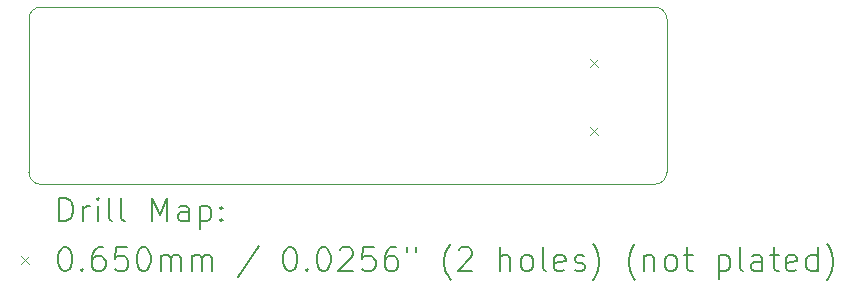
<source format=gbr>
%TF.GenerationSoftware,KiCad,Pcbnew,9.0.3*%
%TF.CreationDate,2025-08-28T21:01:52-07:00*%
%TF.ProjectId,xyp-gpib,7879702d-6770-4696-922e-6b696361645f,rev?*%
%TF.SameCoordinates,Original*%
%TF.FileFunction,Drillmap*%
%TF.FilePolarity,Positive*%
%FSLAX45Y45*%
G04 Gerber Fmt 4.5, Leading zero omitted, Abs format (unit mm)*
G04 Created by KiCad (PCBNEW 9.0.3) date 2025-08-28 21:01:52*
%MOMM*%
%LPD*%
G01*
G04 APERTURE LIST*
%ADD10C,0.050000*%
%ADD11C,0.200000*%
%ADD12C,0.100000*%
G04 APERTURE END LIST*
D10*
X23400000Y-7600000D02*
X23400000Y-8900000D01*
X18000000Y-8900000D02*
X18000000Y-8775000D01*
X18000000Y-7600000D02*
X18000000Y-7700000D01*
X18000000Y-8775000D02*
X18000000Y-7700000D01*
X18100000Y-7500000D02*
X23300000Y-7500000D01*
X23300000Y-9000000D02*
X18100000Y-9000000D01*
X23400000Y-8900000D02*
G75*
G02*
X23300000Y-9000000I-100000J0D01*
G01*
X18100000Y-9000000D02*
G75*
G02*
X18000000Y-8900000I0J100000D01*
G01*
X23300000Y-7500000D02*
G75*
G02*
X23400000Y-7600000I0J-100000D01*
G01*
X18000000Y-7600000D02*
G75*
G02*
X18100000Y-7500000I100000J0D01*
G01*
D11*
D12*
X22751120Y-7938180D02*
X22816120Y-8003180D01*
X22816120Y-7938180D02*
X22751120Y-8003180D01*
X22751120Y-8516180D02*
X22816120Y-8581180D01*
X22816120Y-8516180D02*
X22751120Y-8581180D01*
D11*
X18258277Y-9313984D02*
X18258277Y-9113984D01*
X18258277Y-9113984D02*
X18305896Y-9113984D01*
X18305896Y-9113984D02*
X18334467Y-9123508D01*
X18334467Y-9123508D02*
X18353515Y-9142555D01*
X18353515Y-9142555D02*
X18363039Y-9161603D01*
X18363039Y-9161603D02*
X18372563Y-9199698D01*
X18372563Y-9199698D02*
X18372563Y-9228270D01*
X18372563Y-9228270D02*
X18363039Y-9266365D01*
X18363039Y-9266365D02*
X18353515Y-9285412D01*
X18353515Y-9285412D02*
X18334467Y-9304460D01*
X18334467Y-9304460D02*
X18305896Y-9313984D01*
X18305896Y-9313984D02*
X18258277Y-9313984D01*
X18458277Y-9313984D02*
X18458277Y-9180650D01*
X18458277Y-9218746D02*
X18467801Y-9199698D01*
X18467801Y-9199698D02*
X18477324Y-9190174D01*
X18477324Y-9190174D02*
X18496372Y-9180650D01*
X18496372Y-9180650D02*
X18515420Y-9180650D01*
X18582086Y-9313984D02*
X18582086Y-9180650D01*
X18582086Y-9113984D02*
X18572563Y-9123508D01*
X18572563Y-9123508D02*
X18582086Y-9133031D01*
X18582086Y-9133031D02*
X18591610Y-9123508D01*
X18591610Y-9123508D02*
X18582086Y-9113984D01*
X18582086Y-9113984D02*
X18582086Y-9133031D01*
X18705896Y-9313984D02*
X18686848Y-9304460D01*
X18686848Y-9304460D02*
X18677324Y-9285412D01*
X18677324Y-9285412D02*
X18677324Y-9113984D01*
X18810658Y-9313984D02*
X18791610Y-9304460D01*
X18791610Y-9304460D02*
X18782086Y-9285412D01*
X18782086Y-9285412D02*
X18782086Y-9113984D01*
X19039229Y-9313984D02*
X19039229Y-9113984D01*
X19039229Y-9113984D02*
X19105896Y-9256841D01*
X19105896Y-9256841D02*
X19172563Y-9113984D01*
X19172563Y-9113984D02*
X19172563Y-9313984D01*
X19353515Y-9313984D02*
X19353515Y-9209222D01*
X19353515Y-9209222D02*
X19343991Y-9190174D01*
X19343991Y-9190174D02*
X19324944Y-9180650D01*
X19324944Y-9180650D02*
X19286848Y-9180650D01*
X19286848Y-9180650D02*
X19267801Y-9190174D01*
X19353515Y-9304460D02*
X19334467Y-9313984D01*
X19334467Y-9313984D02*
X19286848Y-9313984D01*
X19286848Y-9313984D02*
X19267801Y-9304460D01*
X19267801Y-9304460D02*
X19258277Y-9285412D01*
X19258277Y-9285412D02*
X19258277Y-9266365D01*
X19258277Y-9266365D02*
X19267801Y-9247317D01*
X19267801Y-9247317D02*
X19286848Y-9237793D01*
X19286848Y-9237793D02*
X19334467Y-9237793D01*
X19334467Y-9237793D02*
X19353515Y-9228270D01*
X19448753Y-9180650D02*
X19448753Y-9380650D01*
X19448753Y-9190174D02*
X19467801Y-9180650D01*
X19467801Y-9180650D02*
X19505896Y-9180650D01*
X19505896Y-9180650D02*
X19524944Y-9190174D01*
X19524944Y-9190174D02*
X19534467Y-9199698D01*
X19534467Y-9199698D02*
X19543991Y-9218746D01*
X19543991Y-9218746D02*
X19543991Y-9275889D01*
X19543991Y-9275889D02*
X19534467Y-9294936D01*
X19534467Y-9294936D02*
X19524944Y-9304460D01*
X19524944Y-9304460D02*
X19505896Y-9313984D01*
X19505896Y-9313984D02*
X19467801Y-9313984D01*
X19467801Y-9313984D02*
X19448753Y-9304460D01*
X19629705Y-9294936D02*
X19639229Y-9304460D01*
X19639229Y-9304460D02*
X19629705Y-9313984D01*
X19629705Y-9313984D02*
X19620182Y-9304460D01*
X19620182Y-9304460D02*
X19629705Y-9294936D01*
X19629705Y-9294936D02*
X19629705Y-9313984D01*
X19629705Y-9190174D02*
X19639229Y-9199698D01*
X19639229Y-9199698D02*
X19629705Y-9209222D01*
X19629705Y-9209222D02*
X19620182Y-9199698D01*
X19620182Y-9199698D02*
X19629705Y-9190174D01*
X19629705Y-9190174D02*
X19629705Y-9209222D01*
D12*
X17932500Y-9610000D02*
X17997500Y-9675000D01*
X17997500Y-9610000D02*
X17932500Y-9675000D01*
D11*
X18296372Y-9533984D02*
X18315420Y-9533984D01*
X18315420Y-9533984D02*
X18334467Y-9543508D01*
X18334467Y-9543508D02*
X18343991Y-9553031D01*
X18343991Y-9553031D02*
X18353515Y-9572079D01*
X18353515Y-9572079D02*
X18363039Y-9610174D01*
X18363039Y-9610174D02*
X18363039Y-9657793D01*
X18363039Y-9657793D02*
X18353515Y-9695889D01*
X18353515Y-9695889D02*
X18343991Y-9714936D01*
X18343991Y-9714936D02*
X18334467Y-9724460D01*
X18334467Y-9724460D02*
X18315420Y-9733984D01*
X18315420Y-9733984D02*
X18296372Y-9733984D01*
X18296372Y-9733984D02*
X18277324Y-9724460D01*
X18277324Y-9724460D02*
X18267801Y-9714936D01*
X18267801Y-9714936D02*
X18258277Y-9695889D01*
X18258277Y-9695889D02*
X18248753Y-9657793D01*
X18248753Y-9657793D02*
X18248753Y-9610174D01*
X18248753Y-9610174D02*
X18258277Y-9572079D01*
X18258277Y-9572079D02*
X18267801Y-9553031D01*
X18267801Y-9553031D02*
X18277324Y-9543508D01*
X18277324Y-9543508D02*
X18296372Y-9533984D01*
X18448753Y-9714936D02*
X18458277Y-9724460D01*
X18458277Y-9724460D02*
X18448753Y-9733984D01*
X18448753Y-9733984D02*
X18439229Y-9724460D01*
X18439229Y-9724460D02*
X18448753Y-9714936D01*
X18448753Y-9714936D02*
X18448753Y-9733984D01*
X18629705Y-9533984D02*
X18591610Y-9533984D01*
X18591610Y-9533984D02*
X18572563Y-9543508D01*
X18572563Y-9543508D02*
X18563039Y-9553031D01*
X18563039Y-9553031D02*
X18543991Y-9581603D01*
X18543991Y-9581603D02*
X18534467Y-9619698D01*
X18534467Y-9619698D02*
X18534467Y-9695889D01*
X18534467Y-9695889D02*
X18543991Y-9714936D01*
X18543991Y-9714936D02*
X18553515Y-9724460D01*
X18553515Y-9724460D02*
X18572563Y-9733984D01*
X18572563Y-9733984D02*
X18610658Y-9733984D01*
X18610658Y-9733984D02*
X18629705Y-9724460D01*
X18629705Y-9724460D02*
X18639229Y-9714936D01*
X18639229Y-9714936D02*
X18648753Y-9695889D01*
X18648753Y-9695889D02*
X18648753Y-9648270D01*
X18648753Y-9648270D02*
X18639229Y-9629222D01*
X18639229Y-9629222D02*
X18629705Y-9619698D01*
X18629705Y-9619698D02*
X18610658Y-9610174D01*
X18610658Y-9610174D02*
X18572563Y-9610174D01*
X18572563Y-9610174D02*
X18553515Y-9619698D01*
X18553515Y-9619698D02*
X18543991Y-9629222D01*
X18543991Y-9629222D02*
X18534467Y-9648270D01*
X18829705Y-9533984D02*
X18734467Y-9533984D01*
X18734467Y-9533984D02*
X18724944Y-9629222D01*
X18724944Y-9629222D02*
X18734467Y-9619698D01*
X18734467Y-9619698D02*
X18753515Y-9610174D01*
X18753515Y-9610174D02*
X18801134Y-9610174D01*
X18801134Y-9610174D02*
X18820182Y-9619698D01*
X18820182Y-9619698D02*
X18829705Y-9629222D01*
X18829705Y-9629222D02*
X18839229Y-9648270D01*
X18839229Y-9648270D02*
X18839229Y-9695889D01*
X18839229Y-9695889D02*
X18829705Y-9714936D01*
X18829705Y-9714936D02*
X18820182Y-9724460D01*
X18820182Y-9724460D02*
X18801134Y-9733984D01*
X18801134Y-9733984D02*
X18753515Y-9733984D01*
X18753515Y-9733984D02*
X18734467Y-9724460D01*
X18734467Y-9724460D02*
X18724944Y-9714936D01*
X18963039Y-9533984D02*
X18982086Y-9533984D01*
X18982086Y-9533984D02*
X19001134Y-9543508D01*
X19001134Y-9543508D02*
X19010658Y-9553031D01*
X19010658Y-9553031D02*
X19020182Y-9572079D01*
X19020182Y-9572079D02*
X19029705Y-9610174D01*
X19029705Y-9610174D02*
X19029705Y-9657793D01*
X19029705Y-9657793D02*
X19020182Y-9695889D01*
X19020182Y-9695889D02*
X19010658Y-9714936D01*
X19010658Y-9714936D02*
X19001134Y-9724460D01*
X19001134Y-9724460D02*
X18982086Y-9733984D01*
X18982086Y-9733984D02*
X18963039Y-9733984D01*
X18963039Y-9733984D02*
X18943991Y-9724460D01*
X18943991Y-9724460D02*
X18934467Y-9714936D01*
X18934467Y-9714936D02*
X18924944Y-9695889D01*
X18924944Y-9695889D02*
X18915420Y-9657793D01*
X18915420Y-9657793D02*
X18915420Y-9610174D01*
X18915420Y-9610174D02*
X18924944Y-9572079D01*
X18924944Y-9572079D02*
X18934467Y-9553031D01*
X18934467Y-9553031D02*
X18943991Y-9543508D01*
X18943991Y-9543508D02*
X18963039Y-9533984D01*
X19115420Y-9733984D02*
X19115420Y-9600650D01*
X19115420Y-9619698D02*
X19124944Y-9610174D01*
X19124944Y-9610174D02*
X19143991Y-9600650D01*
X19143991Y-9600650D02*
X19172563Y-9600650D01*
X19172563Y-9600650D02*
X19191610Y-9610174D01*
X19191610Y-9610174D02*
X19201134Y-9629222D01*
X19201134Y-9629222D02*
X19201134Y-9733984D01*
X19201134Y-9629222D02*
X19210658Y-9610174D01*
X19210658Y-9610174D02*
X19229705Y-9600650D01*
X19229705Y-9600650D02*
X19258277Y-9600650D01*
X19258277Y-9600650D02*
X19277325Y-9610174D01*
X19277325Y-9610174D02*
X19286848Y-9629222D01*
X19286848Y-9629222D02*
X19286848Y-9733984D01*
X19382086Y-9733984D02*
X19382086Y-9600650D01*
X19382086Y-9619698D02*
X19391610Y-9610174D01*
X19391610Y-9610174D02*
X19410658Y-9600650D01*
X19410658Y-9600650D02*
X19439229Y-9600650D01*
X19439229Y-9600650D02*
X19458277Y-9610174D01*
X19458277Y-9610174D02*
X19467801Y-9629222D01*
X19467801Y-9629222D02*
X19467801Y-9733984D01*
X19467801Y-9629222D02*
X19477325Y-9610174D01*
X19477325Y-9610174D02*
X19496372Y-9600650D01*
X19496372Y-9600650D02*
X19524944Y-9600650D01*
X19524944Y-9600650D02*
X19543991Y-9610174D01*
X19543991Y-9610174D02*
X19553515Y-9629222D01*
X19553515Y-9629222D02*
X19553515Y-9733984D01*
X19943991Y-9524460D02*
X19772563Y-9781603D01*
X20201134Y-9533984D02*
X20220182Y-9533984D01*
X20220182Y-9533984D02*
X20239229Y-9543508D01*
X20239229Y-9543508D02*
X20248753Y-9553031D01*
X20248753Y-9553031D02*
X20258277Y-9572079D01*
X20258277Y-9572079D02*
X20267801Y-9610174D01*
X20267801Y-9610174D02*
X20267801Y-9657793D01*
X20267801Y-9657793D02*
X20258277Y-9695889D01*
X20258277Y-9695889D02*
X20248753Y-9714936D01*
X20248753Y-9714936D02*
X20239229Y-9724460D01*
X20239229Y-9724460D02*
X20220182Y-9733984D01*
X20220182Y-9733984D02*
X20201134Y-9733984D01*
X20201134Y-9733984D02*
X20182087Y-9724460D01*
X20182087Y-9724460D02*
X20172563Y-9714936D01*
X20172563Y-9714936D02*
X20163039Y-9695889D01*
X20163039Y-9695889D02*
X20153515Y-9657793D01*
X20153515Y-9657793D02*
X20153515Y-9610174D01*
X20153515Y-9610174D02*
X20163039Y-9572079D01*
X20163039Y-9572079D02*
X20172563Y-9553031D01*
X20172563Y-9553031D02*
X20182087Y-9543508D01*
X20182087Y-9543508D02*
X20201134Y-9533984D01*
X20353515Y-9714936D02*
X20363039Y-9724460D01*
X20363039Y-9724460D02*
X20353515Y-9733984D01*
X20353515Y-9733984D02*
X20343991Y-9724460D01*
X20343991Y-9724460D02*
X20353515Y-9714936D01*
X20353515Y-9714936D02*
X20353515Y-9733984D01*
X20486848Y-9533984D02*
X20505896Y-9533984D01*
X20505896Y-9533984D02*
X20524944Y-9543508D01*
X20524944Y-9543508D02*
X20534468Y-9553031D01*
X20534468Y-9553031D02*
X20543991Y-9572079D01*
X20543991Y-9572079D02*
X20553515Y-9610174D01*
X20553515Y-9610174D02*
X20553515Y-9657793D01*
X20553515Y-9657793D02*
X20543991Y-9695889D01*
X20543991Y-9695889D02*
X20534468Y-9714936D01*
X20534468Y-9714936D02*
X20524944Y-9724460D01*
X20524944Y-9724460D02*
X20505896Y-9733984D01*
X20505896Y-9733984D02*
X20486848Y-9733984D01*
X20486848Y-9733984D02*
X20467801Y-9724460D01*
X20467801Y-9724460D02*
X20458277Y-9714936D01*
X20458277Y-9714936D02*
X20448753Y-9695889D01*
X20448753Y-9695889D02*
X20439229Y-9657793D01*
X20439229Y-9657793D02*
X20439229Y-9610174D01*
X20439229Y-9610174D02*
X20448753Y-9572079D01*
X20448753Y-9572079D02*
X20458277Y-9553031D01*
X20458277Y-9553031D02*
X20467801Y-9543508D01*
X20467801Y-9543508D02*
X20486848Y-9533984D01*
X20629706Y-9553031D02*
X20639229Y-9543508D01*
X20639229Y-9543508D02*
X20658277Y-9533984D01*
X20658277Y-9533984D02*
X20705896Y-9533984D01*
X20705896Y-9533984D02*
X20724944Y-9543508D01*
X20724944Y-9543508D02*
X20734468Y-9553031D01*
X20734468Y-9553031D02*
X20743991Y-9572079D01*
X20743991Y-9572079D02*
X20743991Y-9591127D01*
X20743991Y-9591127D02*
X20734468Y-9619698D01*
X20734468Y-9619698D02*
X20620182Y-9733984D01*
X20620182Y-9733984D02*
X20743991Y-9733984D01*
X20924944Y-9533984D02*
X20829706Y-9533984D01*
X20829706Y-9533984D02*
X20820182Y-9629222D01*
X20820182Y-9629222D02*
X20829706Y-9619698D01*
X20829706Y-9619698D02*
X20848753Y-9610174D01*
X20848753Y-9610174D02*
X20896372Y-9610174D01*
X20896372Y-9610174D02*
X20915420Y-9619698D01*
X20915420Y-9619698D02*
X20924944Y-9629222D01*
X20924944Y-9629222D02*
X20934468Y-9648270D01*
X20934468Y-9648270D02*
X20934468Y-9695889D01*
X20934468Y-9695889D02*
X20924944Y-9714936D01*
X20924944Y-9714936D02*
X20915420Y-9724460D01*
X20915420Y-9724460D02*
X20896372Y-9733984D01*
X20896372Y-9733984D02*
X20848753Y-9733984D01*
X20848753Y-9733984D02*
X20829706Y-9724460D01*
X20829706Y-9724460D02*
X20820182Y-9714936D01*
X21105896Y-9533984D02*
X21067801Y-9533984D01*
X21067801Y-9533984D02*
X21048753Y-9543508D01*
X21048753Y-9543508D02*
X21039229Y-9553031D01*
X21039229Y-9553031D02*
X21020182Y-9581603D01*
X21020182Y-9581603D02*
X21010658Y-9619698D01*
X21010658Y-9619698D02*
X21010658Y-9695889D01*
X21010658Y-9695889D02*
X21020182Y-9714936D01*
X21020182Y-9714936D02*
X21029706Y-9724460D01*
X21029706Y-9724460D02*
X21048753Y-9733984D01*
X21048753Y-9733984D02*
X21086849Y-9733984D01*
X21086849Y-9733984D02*
X21105896Y-9724460D01*
X21105896Y-9724460D02*
X21115420Y-9714936D01*
X21115420Y-9714936D02*
X21124944Y-9695889D01*
X21124944Y-9695889D02*
X21124944Y-9648270D01*
X21124944Y-9648270D02*
X21115420Y-9629222D01*
X21115420Y-9629222D02*
X21105896Y-9619698D01*
X21105896Y-9619698D02*
X21086849Y-9610174D01*
X21086849Y-9610174D02*
X21048753Y-9610174D01*
X21048753Y-9610174D02*
X21029706Y-9619698D01*
X21029706Y-9619698D02*
X21020182Y-9629222D01*
X21020182Y-9629222D02*
X21010658Y-9648270D01*
X21201134Y-9533984D02*
X21201134Y-9572079D01*
X21277325Y-9533984D02*
X21277325Y-9572079D01*
X21572563Y-9810174D02*
X21563039Y-9800650D01*
X21563039Y-9800650D02*
X21543991Y-9772079D01*
X21543991Y-9772079D02*
X21534468Y-9753031D01*
X21534468Y-9753031D02*
X21524944Y-9724460D01*
X21524944Y-9724460D02*
X21515420Y-9676841D01*
X21515420Y-9676841D02*
X21515420Y-9638746D01*
X21515420Y-9638746D02*
X21524944Y-9591127D01*
X21524944Y-9591127D02*
X21534468Y-9562555D01*
X21534468Y-9562555D02*
X21543991Y-9543508D01*
X21543991Y-9543508D02*
X21563039Y-9514936D01*
X21563039Y-9514936D02*
X21572563Y-9505412D01*
X21639230Y-9553031D02*
X21648753Y-9543508D01*
X21648753Y-9543508D02*
X21667801Y-9533984D01*
X21667801Y-9533984D02*
X21715420Y-9533984D01*
X21715420Y-9533984D02*
X21734468Y-9543508D01*
X21734468Y-9543508D02*
X21743991Y-9553031D01*
X21743991Y-9553031D02*
X21753515Y-9572079D01*
X21753515Y-9572079D02*
X21753515Y-9591127D01*
X21753515Y-9591127D02*
X21743991Y-9619698D01*
X21743991Y-9619698D02*
X21629706Y-9733984D01*
X21629706Y-9733984D02*
X21753515Y-9733984D01*
X21991611Y-9733984D02*
X21991611Y-9533984D01*
X22077325Y-9733984D02*
X22077325Y-9629222D01*
X22077325Y-9629222D02*
X22067801Y-9610174D01*
X22067801Y-9610174D02*
X22048753Y-9600650D01*
X22048753Y-9600650D02*
X22020182Y-9600650D01*
X22020182Y-9600650D02*
X22001134Y-9610174D01*
X22001134Y-9610174D02*
X21991611Y-9619698D01*
X22201134Y-9733984D02*
X22182087Y-9724460D01*
X22182087Y-9724460D02*
X22172563Y-9714936D01*
X22172563Y-9714936D02*
X22163039Y-9695889D01*
X22163039Y-9695889D02*
X22163039Y-9638746D01*
X22163039Y-9638746D02*
X22172563Y-9619698D01*
X22172563Y-9619698D02*
X22182087Y-9610174D01*
X22182087Y-9610174D02*
X22201134Y-9600650D01*
X22201134Y-9600650D02*
X22229706Y-9600650D01*
X22229706Y-9600650D02*
X22248753Y-9610174D01*
X22248753Y-9610174D02*
X22258277Y-9619698D01*
X22258277Y-9619698D02*
X22267801Y-9638746D01*
X22267801Y-9638746D02*
X22267801Y-9695889D01*
X22267801Y-9695889D02*
X22258277Y-9714936D01*
X22258277Y-9714936D02*
X22248753Y-9724460D01*
X22248753Y-9724460D02*
X22229706Y-9733984D01*
X22229706Y-9733984D02*
X22201134Y-9733984D01*
X22382087Y-9733984D02*
X22363039Y-9724460D01*
X22363039Y-9724460D02*
X22353515Y-9705412D01*
X22353515Y-9705412D02*
X22353515Y-9533984D01*
X22534468Y-9724460D02*
X22515420Y-9733984D01*
X22515420Y-9733984D02*
X22477325Y-9733984D01*
X22477325Y-9733984D02*
X22458277Y-9724460D01*
X22458277Y-9724460D02*
X22448753Y-9705412D01*
X22448753Y-9705412D02*
X22448753Y-9629222D01*
X22448753Y-9629222D02*
X22458277Y-9610174D01*
X22458277Y-9610174D02*
X22477325Y-9600650D01*
X22477325Y-9600650D02*
X22515420Y-9600650D01*
X22515420Y-9600650D02*
X22534468Y-9610174D01*
X22534468Y-9610174D02*
X22543991Y-9629222D01*
X22543991Y-9629222D02*
X22543991Y-9648270D01*
X22543991Y-9648270D02*
X22448753Y-9667317D01*
X22620182Y-9724460D02*
X22639230Y-9733984D01*
X22639230Y-9733984D02*
X22677325Y-9733984D01*
X22677325Y-9733984D02*
X22696372Y-9724460D01*
X22696372Y-9724460D02*
X22705896Y-9705412D01*
X22705896Y-9705412D02*
X22705896Y-9695889D01*
X22705896Y-9695889D02*
X22696372Y-9676841D01*
X22696372Y-9676841D02*
X22677325Y-9667317D01*
X22677325Y-9667317D02*
X22648753Y-9667317D01*
X22648753Y-9667317D02*
X22629706Y-9657793D01*
X22629706Y-9657793D02*
X22620182Y-9638746D01*
X22620182Y-9638746D02*
X22620182Y-9629222D01*
X22620182Y-9629222D02*
X22629706Y-9610174D01*
X22629706Y-9610174D02*
X22648753Y-9600650D01*
X22648753Y-9600650D02*
X22677325Y-9600650D01*
X22677325Y-9600650D02*
X22696372Y-9610174D01*
X22772563Y-9810174D02*
X22782087Y-9800650D01*
X22782087Y-9800650D02*
X22801134Y-9772079D01*
X22801134Y-9772079D02*
X22810658Y-9753031D01*
X22810658Y-9753031D02*
X22820182Y-9724460D01*
X22820182Y-9724460D02*
X22829706Y-9676841D01*
X22829706Y-9676841D02*
X22829706Y-9638746D01*
X22829706Y-9638746D02*
X22820182Y-9591127D01*
X22820182Y-9591127D02*
X22810658Y-9562555D01*
X22810658Y-9562555D02*
X22801134Y-9543508D01*
X22801134Y-9543508D02*
X22782087Y-9514936D01*
X22782087Y-9514936D02*
X22772563Y-9505412D01*
X23134468Y-9810174D02*
X23124944Y-9800650D01*
X23124944Y-9800650D02*
X23105896Y-9772079D01*
X23105896Y-9772079D02*
X23096372Y-9753031D01*
X23096372Y-9753031D02*
X23086849Y-9724460D01*
X23086849Y-9724460D02*
X23077325Y-9676841D01*
X23077325Y-9676841D02*
X23077325Y-9638746D01*
X23077325Y-9638746D02*
X23086849Y-9591127D01*
X23086849Y-9591127D02*
X23096372Y-9562555D01*
X23096372Y-9562555D02*
X23105896Y-9543508D01*
X23105896Y-9543508D02*
X23124944Y-9514936D01*
X23124944Y-9514936D02*
X23134468Y-9505412D01*
X23210658Y-9600650D02*
X23210658Y-9733984D01*
X23210658Y-9619698D02*
X23220182Y-9610174D01*
X23220182Y-9610174D02*
X23239230Y-9600650D01*
X23239230Y-9600650D02*
X23267801Y-9600650D01*
X23267801Y-9600650D02*
X23286849Y-9610174D01*
X23286849Y-9610174D02*
X23296372Y-9629222D01*
X23296372Y-9629222D02*
X23296372Y-9733984D01*
X23420182Y-9733984D02*
X23401134Y-9724460D01*
X23401134Y-9724460D02*
X23391611Y-9714936D01*
X23391611Y-9714936D02*
X23382087Y-9695889D01*
X23382087Y-9695889D02*
X23382087Y-9638746D01*
X23382087Y-9638746D02*
X23391611Y-9619698D01*
X23391611Y-9619698D02*
X23401134Y-9610174D01*
X23401134Y-9610174D02*
X23420182Y-9600650D01*
X23420182Y-9600650D02*
X23448753Y-9600650D01*
X23448753Y-9600650D02*
X23467801Y-9610174D01*
X23467801Y-9610174D02*
X23477325Y-9619698D01*
X23477325Y-9619698D02*
X23486849Y-9638746D01*
X23486849Y-9638746D02*
X23486849Y-9695889D01*
X23486849Y-9695889D02*
X23477325Y-9714936D01*
X23477325Y-9714936D02*
X23467801Y-9724460D01*
X23467801Y-9724460D02*
X23448753Y-9733984D01*
X23448753Y-9733984D02*
X23420182Y-9733984D01*
X23543992Y-9600650D02*
X23620182Y-9600650D01*
X23572563Y-9533984D02*
X23572563Y-9705412D01*
X23572563Y-9705412D02*
X23582087Y-9724460D01*
X23582087Y-9724460D02*
X23601134Y-9733984D01*
X23601134Y-9733984D02*
X23620182Y-9733984D01*
X23839230Y-9600650D02*
X23839230Y-9800650D01*
X23839230Y-9610174D02*
X23858277Y-9600650D01*
X23858277Y-9600650D02*
X23896373Y-9600650D01*
X23896373Y-9600650D02*
X23915420Y-9610174D01*
X23915420Y-9610174D02*
X23924944Y-9619698D01*
X23924944Y-9619698D02*
X23934468Y-9638746D01*
X23934468Y-9638746D02*
X23934468Y-9695889D01*
X23934468Y-9695889D02*
X23924944Y-9714936D01*
X23924944Y-9714936D02*
X23915420Y-9724460D01*
X23915420Y-9724460D02*
X23896373Y-9733984D01*
X23896373Y-9733984D02*
X23858277Y-9733984D01*
X23858277Y-9733984D02*
X23839230Y-9724460D01*
X24048753Y-9733984D02*
X24029706Y-9724460D01*
X24029706Y-9724460D02*
X24020182Y-9705412D01*
X24020182Y-9705412D02*
X24020182Y-9533984D01*
X24210658Y-9733984D02*
X24210658Y-9629222D01*
X24210658Y-9629222D02*
X24201134Y-9610174D01*
X24201134Y-9610174D02*
X24182087Y-9600650D01*
X24182087Y-9600650D02*
X24143992Y-9600650D01*
X24143992Y-9600650D02*
X24124944Y-9610174D01*
X24210658Y-9724460D02*
X24191611Y-9733984D01*
X24191611Y-9733984D02*
X24143992Y-9733984D01*
X24143992Y-9733984D02*
X24124944Y-9724460D01*
X24124944Y-9724460D02*
X24115420Y-9705412D01*
X24115420Y-9705412D02*
X24115420Y-9686365D01*
X24115420Y-9686365D02*
X24124944Y-9667317D01*
X24124944Y-9667317D02*
X24143992Y-9657793D01*
X24143992Y-9657793D02*
X24191611Y-9657793D01*
X24191611Y-9657793D02*
X24210658Y-9648270D01*
X24277325Y-9600650D02*
X24353515Y-9600650D01*
X24305896Y-9533984D02*
X24305896Y-9705412D01*
X24305896Y-9705412D02*
X24315420Y-9724460D01*
X24315420Y-9724460D02*
X24334468Y-9733984D01*
X24334468Y-9733984D02*
X24353515Y-9733984D01*
X24496373Y-9724460D02*
X24477325Y-9733984D01*
X24477325Y-9733984D02*
X24439230Y-9733984D01*
X24439230Y-9733984D02*
X24420182Y-9724460D01*
X24420182Y-9724460D02*
X24410658Y-9705412D01*
X24410658Y-9705412D02*
X24410658Y-9629222D01*
X24410658Y-9629222D02*
X24420182Y-9610174D01*
X24420182Y-9610174D02*
X24439230Y-9600650D01*
X24439230Y-9600650D02*
X24477325Y-9600650D01*
X24477325Y-9600650D02*
X24496373Y-9610174D01*
X24496373Y-9610174D02*
X24505896Y-9629222D01*
X24505896Y-9629222D02*
X24505896Y-9648270D01*
X24505896Y-9648270D02*
X24410658Y-9667317D01*
X24677325Y-9733984D02*
X24677325Y-9533984D01*
X24677325Y-9724460D02*
X24658277Y-9733984D01*
X24658277Y-9733984D02*
X24620182Y-9733984D01*
X24620182Y-9733984D02*
X24601134Y-9724460D01*
X24601134Y-9724460D02*
X24591611Y-9714936D01*
X24591611Y-9714936D02*
X24582087Y-9695889D01*
X24582087Y-9695889D02*
X24582087Y-9638746D01*
X24582087Y-9638746D02*
X24591611Y-9619698D01*
X24591611Y-9619698D02*
X24601134Y-9610174D01*
X24601134Y-9610174D02*
X24620182Y-9600650D01*
X24620182Y-9600650D02*
X24658277Y-9600650D01*
X24658277Y-9600650D02*
X24677325Y-9610174D01*
X24753515Y-9810174D02*
X24763039Y-9800650D01*
X24763039Y-9800650D02*
X24782087Y-9772079D01*
X24782087Y-9772079D02*
X24791611Y-9753031D01*
X24791611Y-9753031D02*
X24801134Y-9724460D01*
X24801134Y-9724460D02*
X24810658Y-9676841D01*
X24810658Y-9676841D02*
X24810658Y-9638746D01*
X24810658Y-9638746D02*
X24801134Y-9591127D01*
X24801134Y-9591127D02*
X24791611Y-9562555D01*
X24791611Y-9562555D02*
X24782087Y-9543508D01*
X24782087Y-9543508D02*
X24763039Y-9514936D01*
X24763039Y-9514936D02*
X24753515Y-9505412D01*
M02*

</source>
